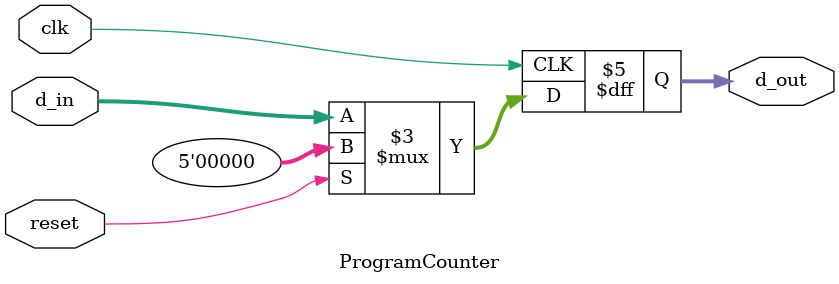
<source format=v>
`timescale 1ns / 1ps
module ProgramCounter
(
input [4:0]d_in,
input reset, clk,
output reg [4:0] d_out
);
always @(posedge clk)
if (reset)
 d_out <= 5'b00000;
else
d_out <= d_in;
endmodule

</source>
